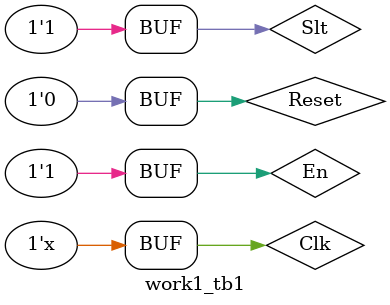
<source format=v>
`timescale 1ns / 1ps


module work1_tb1;

	// Inputs
	reg Clk;
	reg Reset;
	reg Slt;
	reg En;

	// Outputs
	wire [63:0] Output0;
	wire [63:0] Output1;

	// Instantiate the Unit Under Test (UUT)
	code uut (
		.Clk(Clk), 
		.Reset(Reset), 
		.Slt(Slt), 
		.En(En), 
		.Output0(Output0), 
		.Output1(Output1)
	);

	initial begin
		// Initialize Inputs
		Clk = 0;
		Reset = 1;
		Slt = 0;
		En = 0;
		
		#10
		Reset = 0;
		En = 1;
		Slt = 1;
	end

	always #5 Clk = ~Clk;

      
endmodule


</source>
